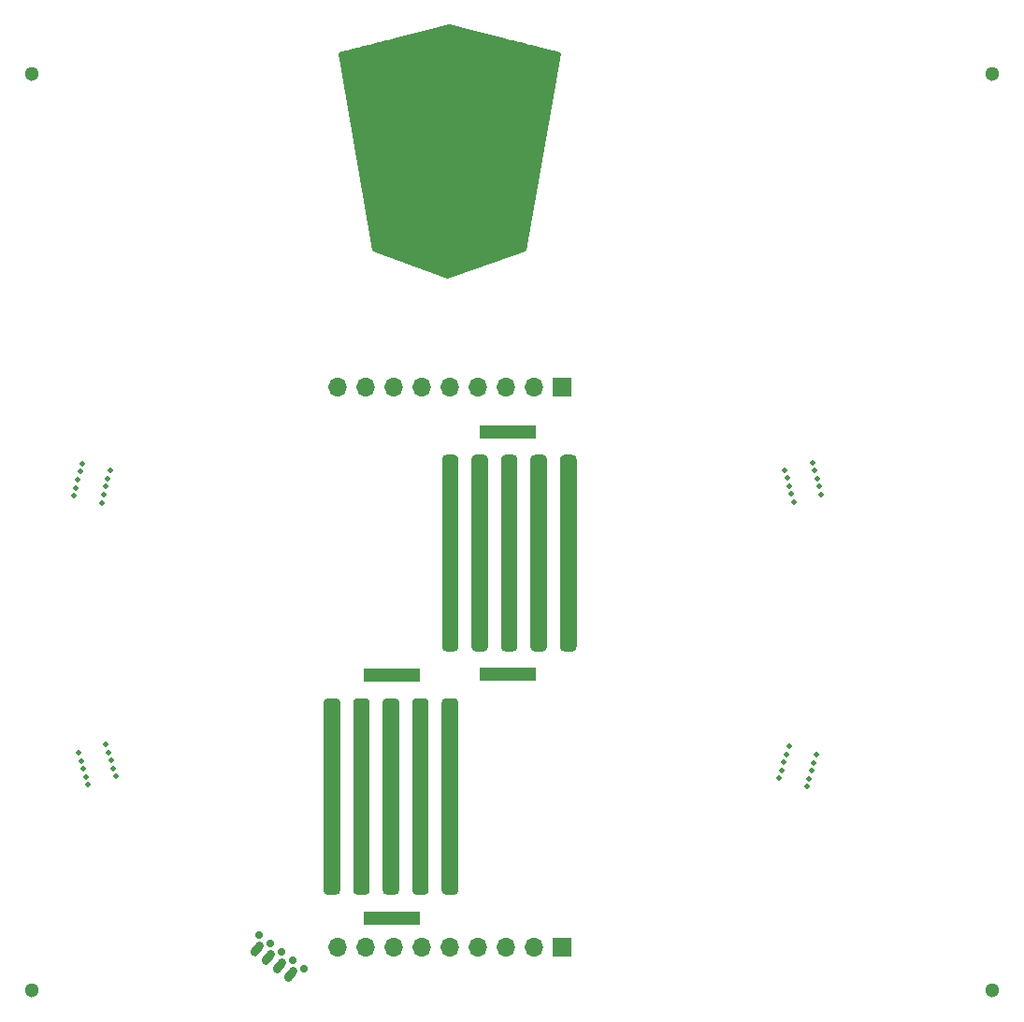
<source format=gbr>
G04 #@! TF.GenerationSoftware,KiCad,Pcbnew,(5.1.12-1-10_14)*
G04 #@! TF.CreationDate,2021-12-30T21:01:29-05:00*
G04 #@! TF.ProjectId,blinky,626c696e-6b79-42e6-9b69-6361645f7063,rev?*
G04 #@! TF.SameCoordinates,Original*
G04 #@! TF.FileFunction,Soldermask,Bot*
G04 #@! TF.FilePolarity,Negative*
%FSLAX46Y46*%
G04 Gerber Fmt 4.6, Leading zero omitted, Abs format (unit mm)*
G04 Created by KiCad (PCBNEW (5.1.12-1-10_14)) date 2021-12-30 21:01:29*
%MOMM*%
%LPD*%
G01*
G04 APERTURE LIST*
%ADD10R,5.080000X1.270000*%
%ADD11C,0.500000*%
%ADD12C,0.800000*%
%ADD13C,5.000000*%
%ADD14C,1.300000*%
%ADD15O,1.700000X1.700000*%
%ADD16R,1.700000X1.700000*%
%ADD17C,0.700000*%
%ADD18C,0.254000*%
%ADD19C,0.100000*%
G04 APERTURE END LIST*
G04 #@! TO.C,BT1*
G36*
G01*
X82482000Y-148633500D02*
X81732000Y-148633500D01*
G75*
G02*
X81357000Y-148258500I0J375000D01*
G01*
X81357000Y-131208500D01*
G75*
G02*
X81732000Y-130833500I375000J0D01*
G01*
X82482000Y-130833500D01*
G75*
G02*
X82857000Y-131208500I0J-375000D01*
G01*
X82857000Y-148258500D01*
G75*
G02*
X82482000Y-148633500I-375000J0D01*
G01*
G37*
G36*
G01*
X79810000Y-148633500D02*
X79060000Y-148633500D01*
G75*
G02*
X78685000Y-148258500I0J375000D01*
G01*
X78685000Y-131208500D01*
G75*
G02*
X79060000Y-130833500I375000J0D01*
G01*
X79810000Y-130833500D01*
G75*
G02*
X80185000Y-131208500I0J-375000D01*
G01*
X80185000Y-148258500D01*
G75*
G02*
X79810000Y-148633500I-375000J0D01*
G01*
G37*
G36*
G01*
X77138000Y-148633500D02*
X76388000Y-148633500D01*
G75*
G02*
X76013000Y-148258500I0J375000D01*
G01*
X76013000Y-131208500D01*
G75*
G02*
X76388000Y-130833500I375000J0D01*
G01*
X77138000Y-130833500D01*
G75*
G02*
X77513000Y-131208500I0J-375000D01*
G01*
X77513000Y-148258500D01*
G75*
G02*
X77138000Y-148633500I-375000J0D01*
G01*
G37*
G36*
G01*
X74466000Y-148633500D02*
X73716000Y-148633500D01*
G75*
G02*
X73341000Y-148258500I0J375000D01*
G01*
X73341000Y-131208500D01*
G75*
G02*
X73716000Y-130833500I375000J0D01*
G01*
X74466000Y-130833500D01*
G75*
G02*
X74841000Y-131208500I0J-375000D01*
G01*
X74841000Y-148258500D01*
G75*
G02*
X74466000Y-148633500I-375000J0D01*
G01*
G37*
G36*
G01*
X71794000Y-148633500D02*
X71044000Y-148633500D01*
G75*
G02*
X70669000Y-148258500I0J375000D01*
G01*
X70669000Y-131208500D01*
G75*
G02*
X71044000Y-130833500I375000J0D01*
G01*
X71794000Y-130833500D01*
G75*
G02*
X72169000Y-131208500I0J-375000D01*
G01*
X72169000Y-148258500D01*
G75*
G02*
X71794000Y-148633500I-375000J0D01*
G01*
G37*
D10*
X76879000Y-128748500D03*
X76879000Y-150718500D03*
G04 #@! TD*
G04 #@! TO.C,BT2*
G36*
G01*
X81753500Y-108799000D02*
X82503500Y-108799000D01*
G75*
G02*
X82878500Y-109174000I0J-375000D01*
G01*
X82878500Y-126224000D01*
G75*
G02*
X82503500Y-126599000I-375000J0D01*
G01*
X81753500Y-126599000D01*
G75*
G02*
X81378500Y-126224000I0J375000D01*
G01*
X81378500Y-109174000D01*
G75*
G02*
X81753500Y-108799000I375000J0D01*
G01*
G37*
G36*
G01*
X84425500Y-108799000D02*
X85175500Y-108799000D01*
G75*
G02*
X85550500Y-109174000I0J-375000D01*
G01*
X85550500Y-126224000D01*
G75*
G02*
X85175500Y-126599000I-375000J0D01*
G01*
X84425500Y-126599000D01*
G75*
G02*
X84050500Y-126224000I0J375000D01*
G01*
X84050500Y-109174000D01*
G75*
G02*
X84425500Y-108799000I375000J0D01*
G01*
G37*
G36*
G01*
X87097500Y-108799000D02*
X87847500Y-108799000D01*
G75*
G02*
X88222500Y-109174000I0J-375000D01*
G01*
X88222500Y-126224000D01*
G75*
G02*
X87847500Y-126599000I-375000J0D01*
G01*
X87097500Y-126599000D01*
G75*
G02*
X86722500Y-126224000I0J375000D01*
G01*
X86722500Y-109174000D01*
G75*
G02*
X87097500Y-108799000I375000J0D01*
G01*
G37*
G36*
G01*
X89769500Y-108799000D02*
X90519500Y-108799000D01*
G75*
G02*
X90894500Y-109174000I0J-375000D01*
G01*
X90894500Y-126224000D01*
G75*
G02*
X90519500Y-126599000I-375000J0D01*
G01*
X89769500Y-126599000D01*
G75*
G02*
X89394500Y-126224000I0J375000D01*
G01*
X89394500Y-109174000D01*
G75*
G02*
X89769500Y-108799000I375000J0D01*
G01*
G37*
G36*
G01*
X92441500Y-108799000D02*
X93191500Y-108799000D01*
G75*
G02*
X93566500Y-109174000I0J-375000D01*
G01*
X93566500Y-126224000D01*
G75*
G02*
X93191500Y-126599000I-375000J0D01*
G01*
X92441500Y-126599000D01*
G75*
G02*
X92066500Y-126224000I0J375000D01*
G01*
X92066500Y-109174000D01*
G75*
G02*
X92441500Y-108799000I375000J0D01*
G01*
G37*
X87356500Y-128684000D03*
X87356500Y-106714000D03*
G04 #@! TD*
D11*
G04 #@! TO.C,H1*
X50774234Y-112410887D03*
X50774234Y-112410887D03*
X51318559Y-110227722D03*
X50955676Y-111683165D03*
X51137117Y-110955444D03*
X50592793Y-113138609D03*
X48070024Y-112509612D03*
X48614348Y-110326447D03*
X48432907Y-111054168D03*
X48795790Y-109598725D03*
X48251465Y-111781890D03*
X48251465Y-111781890D03*
G04 #@! TD*
G04 #@! TO.C,H2*
X51627115Y-137183460D03*
X51627115Y-137183460D03*
X50969279Y-135031775D03*
X51407836Y-136466232D03*
X51188558Y-135749003D03*
X51846394Y-137900689D03*
X49360002Y-138660855D03*
X48702165Y-136509170D03*
X48921444Y-137226398D03*
X48482886Y-135791941D03*
X49140723Y-137943627D03*
X49140723Y-137943627D03*
G04 #@! TD*
G04 #@! TO.C,H4*
X114622885Y-138118914D03*
X114622885Y-138118914D03*
X115280721Y-135967229D03*
X114842164Y-137401686D03*
X115061442Y-136684457D03*
X114403606Y-138836143D03*
X111917214Y-138075976D03*
X112575050Y-135924291D03*
X112355771Y-136641519D03*
X112794329Y-135207062D03*
X112136493Y-137358748D03*
X112136493Y-137358748D03*
G04 #@! TD*
G04 #@! TO.C,H3*
X115526457Y-111670331D03*
X115526457Y-111670331D03*
X114944114Y-109496998D03*
X115332343Y-110945887D03*
X115138229Y-110221443D03*
X115720571Y-112394776D03*
X113209164Y-113067705D03*
X112626821Y-110894372D03*
X112820936Y-111618817D03*
X112432707Y-110169928D03*
X113015050Y-112343261D03*
X113015050Y-112343261D03*
G04 #@! TD*
D12*
G04 #@! TO.C,H9*
X83075825Y-73424175D03*
X81750000Y-72875000D03*
X80424175Y-73424175D03*
X79875000Y-74750000D03*
X80424175Y-76075825D03*
X81750000Y-76625000D03*
X83075825Y-76075825D03*
X83625000Y-74750000D03*
D13*
X81750000Y-74750000D03*
G04 #@! TD*
D14*
G04 #@! TO.C,H8*
X44225385Y-157299920D03*
G04 #@! TD*
G04 #@! TO.C,H7*
X44225385Y-74299920D03*
G04 #@! TD*
G04 #@! TO.C,H6*
X131225385Y-157299920D03*
G04 #@! TD*
G04 #@! TO.C,H5*
X131225385Y-74299920D03*
G04 #@! TD*
D15*
G04 #@! TO.C,J4*
X71926000Y-153386000D03*
X74466000Y-153386000D03*
X77006000Y-153386000D03*
X79546000Y-153386000D03*
X82086000Y-153386000D03*
X84626000Y-153386000D03*
X87166000Y-153386000D03*
X89706000Y-153386000D03*
D16*
X92246000Y-153386000D03*
G04 #@! TD*
D15*
G04 #@! TO.C,J3*
X71926000Y-102656000D03*
X74466000Y-102656000D03*
X77006000Y-102656000D03*
X79546000Y-102656000D03*
X82086000Y-102656000D03*
X84626000Y-102656000D03*
X87166000Y-102656000D03*
X89706000Y-102656000D03*
D16*
X92246000Y-102656000D03*
G04 #@! TD*
G04 #@! TO.C,J1*
G36*
G01*
X64113361Y-153583324D02*
X64534631Y-153024280D01*
G75*
G02*
X65094811Y-152945552I319454J-240726D01*
G01*
X65094811Y-152945552D01*
G75*
G02*
X65173539Y-153505732I-240726J-319454D01*
G01*
X64752269Y-154064776D01*
G75*
G02*
X64192089Y-154143504I-319454J240726D01*
G01*
X64192089Y-154143504D01*
G75*
G02*
X64113361Y-153583324I240726J319454D01*
G01*
G37*
G36*
G01*
X65127628Y-154347629D02*
X65548898Y-153788585D01*
G75*
G02*
X66109078Y-153709857I319454J-240726D01*
G01*
X66109078Y-153709857D01*
G75*
G02*
X66187806Y-154270037I-240726J-319454D01*
G01*
X65766536Y-154829081D01*
G75*
G02*
X65206356Y-154907809I-319454J240726D01*
G01*
X65206356Y-154907809D01*
G75*
G02*
X65127628Y-154347629I240726J319454D01*
G01*
G37*
G36*
G01*
X66141895Y-155111934D02*
X66563165Y-154552890D01*
G75*
G02*
X67123345Y-154474162I319454J-240726D01*
G01*
X67123345Y-154474162D01*
G75*
G02*
X67202073Y-155034342I-240726J-319454D01*
G01*
X66780803Y-155593386D01*
G75*
G02*
X66220623Y-155672114I-319454J240726D01*
G01*
X66220623Y-155672114D01*
G75*
G02*
X66141895Y-155111934I240726J319454D01*
G01*
G37*
G36*
G01*
X67156162Y-155876239D02*
X67577432Y-155317195D01*
G75*
G02*
X68137612Y-155238467I319454J-240726D01*
G01*
X68137612Y-155238467D01*
G75*
G02*
X68216340Y-155798647I-240726J-319454D01*
G01*
X67795070Y-156357691D01*
G75*
G02*
X67234890Y-156436419I-319454J240726D01*
G01*
X67234890Y-156436419D01*
G75*
G02*
X67156162Y-155876239I240726J319454D01*
G01*
G37*
D17*
X64831412Y-152239951D03*
X65845680Y-153004256D03*
X66859947Y-153768561D03*
X67874214Y-154532866D03*
X68888481Y-155297172D03*
G04 #@! TD*
D18*
X87039063Y-71168648D02*
X87295645Y-71234068D01*
X87549072Y-71298757D01*
X87799021Y-71362631D01*
X88045169Y-71425605D01*
X88287192Y-71487597D01*
X88524768Y-71548521D01*
X88757573Y-71608293D01*
X88985284Y-71666830D01*
X89207578Y-71724047D01*
X89424132Y-71779860D01*
X89634623Y-71834185D01*
X89838728Y-71886938D01*
X90036123Y-71938035D01*
X90226486Y-71987392D01*
X90409493Y-72034923D01*
X90584822Y-72080547D01*
X90752148Y-72124178D01*
X90911149Y-72165731D01*
X91061503Y-72205124D01*
X91202885Y-72242272D01*
X91334972Y-72277091D01*
X91457442Y-72309497D01*
X91569972Y-72339405D01*
X91672237Y-72366731D01*
X91763916Y-72391392D01*
X91844685Y-72413304D01*
X91914221Y-72432381D01*
X91991651Y-72454191D01*
X88887767Y-90204532D01*
X81801220Y-92665138D01*
X75112920Y-90206204D01*
X72103754Y-72442412D01*
X72138613Y-72432621D01*
X72208247Y-72413563D01*
X72289135Y-72391669D01*
X72380951Y-72367024D01*
X72483373Y-72339712D01*
X72596076Y-72309816D01*
X72718738Y-72277420D01*
X72851033Y-72242610D01*
X72992639Y-72205469D01*
X73143232Y-72166082D01*
X73302488Y-72124532D01*
X73470084Y-72080903D01*
X73645694Y-72035281D01*
X73828997Y-71987749D01*
X74019668Y-71938391D01*
X74217384Y-71887291D01*
X74421820Y-71834534D01*
X74632654Y-71780204D01*
X74849561Y-71724385D01*
X75072217Y-71667161D01*
X75300300Y-71608616D01*
X75533485Y-71548835D01*
X75771448Y-71487901D01*
X76013866Y-71425900D01*
X76260415Y-71362914D01*
X76510772Y-71299029D01*
X76764612Y-71234328D01*
X77021613Y-71168896D01*
X82034411Y-69893355D01*
X87039063Y-71168648D01*
D19*
G36*
X87039063Y-71168648D02*
G01*
X87295645Y-71234068D01*
X87549072Y-71298757D01*
X87799021Y-71362631D01*
X88045169Y-71425605D01*
X88287192Y-71487597D01*
X88524768Y-71548521D01*
X88757573Y-71608293D01*
X88985284Y-71666830D01*
X89207578Y-71724047D01*
X89424132Y-71779860D01*
X89634623Y-71834185D01*
X89838728Y-71886938D01*
X90036123Y-71938035D01*
X90226486Y-71987392D01*
X90409493Y-72034923D01*
X90584822Y-72080547D01*
X90752148Y-72124178D01*
X90911149Y-72165731D01*
X91061503Y-72205124D01*
X91202885Y-72242272D01*
X91334972Y-72277091D01*
X91457442Y-72309497D01*
X91569972Y-72339405D01*
X91672237Y-72366731D01*
X91763916Y-72391392D01*
X91844685Y-72413304D01*
X91914221Y-72432381D01*
X91991651Y-72454191D01*
X88887767Y-90204532D01*
X81801220Y-92665138D01*
X75112920Y-90206204D01*
X72103754Y-72442412D01*
X72138613Y-72432621D01*
X72208247Y-72413563D01*
X72289135Y-72391669D01*
X72380951Y-72367024D01*
X72483373Y-72339712D01*
X72596076Y-72309816D01*
X72718738Y-72277420D01*
X72851033Y-72242610D01*
X72992639Y-72205469D01*
X73143232Y-72166082D01*
X73302488Y-72124532D01*
X73470084Y-72080903D01*
X73645694Y-72035281D01*
X73828997Y-71987749D01*
X74019668Y-71938391D01*
X74217384Y-71887291D01*
X74421820Y-71834534D01*
X74632654Y-71780204D01*
X74849561Y-71724385D01*
X75072217Y-71667161D01*
X75300300Y-71608616D01*
X75533485Y-71548835D01*
X75771448Y-71487901D01*
X76013866Y-71425900D01*
X76260415Y-71362914D01*
X76510772Y-71299029D01*
X76764612Y-71234328D01*
X77021613Y-71168896D01*
X82034411Y-69893355D01*
X87039063Y-71168648D01*
G37*
M02*

</source>
